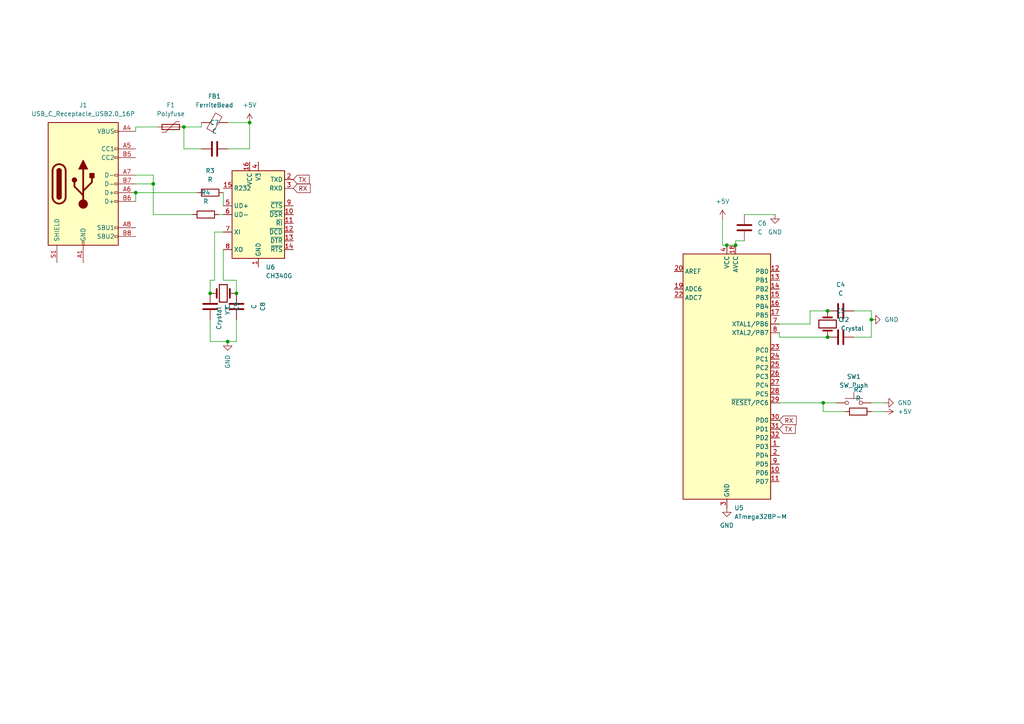
<source format=kicad_sch>
(kicad_sch (version 20250114) (generator "eeschema") (generator_version "9.0")
  (paper "A4")
  (lib_symbols
    (symbol "Connector:USB_C_Receptacle_USB2.0_16P" (pin_names (offset 1.016))
      (property "Reference" "J" (at 0 22.225 0))
      (property "Value" "USB_C_Receptacle_USB2.0_16P" (at 0 19.685 0))
      (symbol "USB_C_Receptacle_USB2.0_16P_0_0"
        (rectangle (start -0.254 -17.78) (end 0.254 -16.764))
        (rectangle (start 10.16 15.494) (end 9.144 14.986))
        (rectangle (start 10.16 10.414) (end 9.144 9.906))
        (rectangle (start 10.16 7.874) (end 9.144 7.366))
        (rectangle (start 10.16 2.794) (end 9.144 2.286))
        (rectangle (start 10.16 0.254) (end 9.144 -0.254))
        (rectangle (start 10.16 -2.286) (end 9.144 -2.794))
        (rectangle (start 10.16 -4.826) (end 9.144 -5.334))
        (rectangle (start 10.16 -12.446) (end 9.144 -12.954))
        (rectangle (start 10.16 -14.986) (end 9.144 -15.494))
      )
      (symbol "USB_C_Receptacle_USB2.0_16P_0_1"
        (rectangle (start -10.16 17.78) (end 10.16 -17.78) (stroke (width 0.254)) (fill (type background)))
        (polyline (pts (xy -8.89 -3.81) (xy -8.89 3.81)) (stroke (width 0.508)))
        (rectangle (start -7.62 -3.81) (end -6.35 3.81) (stroke (width 0.254)) (fill (type outline)))
        (arc (start -7.62 3.81) (mid -6.985 4.4423) (end -6.35 3.81) (stroke (width 0.254)))
        (arc (start -7.62 3.81) (mid -6.985 4.4423) (end -6.35 3.81) (stroke (width 0.254)) (fill (type outline)))
        (arc (start -8.89 3.81) (mid -6.985 5.7067) (end -5.08 3.81) (stroke (width 0.508)))
        (arc (start -5.08 -3.81) (mid -6.985 -5.7067) (end -8.89 -3.81) (stroke (width 0.508)))
        (arc (start -6.35 -3.81) (mid -6.985 -4.4423) (end -7.62 -3.81) (stroke (width 0.254)))
        (arc (start -6.35 -3.81) (mid -6.985 -4.4423) (end -7.62 -3.81) (stroke (width 0.254)) (fill (type outline)))
        (polyline (pts (xy -5.08 3.81) (xy -5.08 -3.81)) (stroke (width 0.508)))
        (circle (center -2.54 1.143) (radius 0.635) (stroke (width 0.254)) (fill (type outline)))
        (polyline (pts (xy -1.27 4.318) (xy 0 6.858) (xy 1.27 4.318) (xy -1.27 4.318)) (stroke (width 0.254)) (fill (type outline)))
        (polyline (pts (xy 0 -2.032) (xy 2.54 0.508) (xy 2.54 1.778)) (stroke (width 0.508)))
        (polyline (pts (xy 0 -3.302) (xy -2.54 -0.762) (xy -2.54 0.508)) (stroke (width 0.508)))
        (polyline (pts (xy 0 -5.842) (xy 0 4.318)) (stroke (width 0.508)))
        (circle (center 0 -5.842) (radius 1.27) (fill (type outline)))
        (rectangle (start 1.905 1.778) (end 3.175 3.048) (stroke (width 0.254)) (fill (type outline)))
      )
      (symbol "USB_C_Receptacle_USB2.0_16P_1_1"
        (pin passive line (at -7.62 -22.86 90) (length 5.08) (name "SHIELD") (number "S1"))
        (pin passive line (at 0 -22.86 90) (length 5.08) (name "GND") (number "A1"))
        (pin passive line (at 0 -22.86 90) (length 5.08) (hide yes) (name "GND") (number "A12"))
        (pin passive line (at 0 -22.86 90) (length 5.08) (hide yes) (name "GND") (number "B1"))
        (pin passive line (at 0 -22.86 90) (length 5.08) (hide yes) (name "GND") (number "B12"))
        (pin passive line (at 15.24 15.24 180) (length 5.08) (name "VBUS") (number "A4"))
        (pin passive line (at 15.24 15.24 180) (length 5.08) (hide yes) (name "VBUS") (number "A9"))
        (pin passive line (at 15.24 15.24 180) (length 5.08) (hide yes) (name "VBUS") (number "B4"))
        (pin passive line (at 15.24 15.24 180) (length 5.08) (hide yes) (name "VBUS") (number "B9"))
        (pin bidirectional line (at 15.24 10.16 180) (length 5.08) (name "CC1") (number "A5"))
        (pin bidirectional line (at 15.24 7.62 180) (length 5.08) (name "CC2") (number "B5"))
        (pin bidirectional line (at 15.24 2.54 180) (length 5.08) (name "D-") (number "A7"))
        (pin bidirectional line (at 15.24 0 180) (length 5.08) (name "D-") (number "B7"))
        (pin bidirectional line (at 15.24 -2.54 180) (length 5.08) (name "D+") (number "A6"))
        (pin bidirectional line (at 15.24 -5.08 180) (length 5.08) (name "D+") (number "B6"))
        (pin bidirectional line (at 15.24 -12.7 180) (length 5.08) (name "SBU1") (number "A8"))
        (pin bidirectional line (at 15.24 -15.24 180) (length 5.08) (name "SBU2") (number "B8"))
      )
    )
    (symbol "Device:C" (pin_numbers (hide yes)) (pin_names (offset 0.254))
      (property "Reference" "C" (at 0.635 2.54 0))
      (property "Value" "C" (at 0.635 -2.54 0))
      (symbol "C_0_1"
        (polyline (pts (xy -2.032 0.762) (xy 2.032 0.762)) (stroke (width 0.508)))
        (polyline (pts (xy -2.032 -0.762) (xy 2.032 -0.762)) (stroke (width 0.508)))
      )
      (symbol "C_1_1"
        (pin passive line (at 0 3.81 270) (length 2.794) (name "~") (number "1"))
        (pin passive line (at 0 -3.81 90) (length 2.794) (name "~") (number "2"))
      )
    )
    (symbol "Device:Crystal" (pin_numbers (hide yes)) (pin_names (offset 1.016) (hide yes))
      (property "Reference" "Y" (at 0 3.81 0))
      (property "Value" "Crystal" (at 0 -3.81 0))
      (symbol "Crystal_0_1"
        (polyline (pts (xy -2.54 0) (xy -1.905 0)))
        (polyline (pts (xy -1.905 -1.27) (xy -1.905 1.27)) (stroke (width 0.508)))
        (rectangle (start -1.143 2.54) (end 1.143 -2.54) (stroke (width 0.3048)))
        (polyline (pts (xy 1.905 -1.27) (xy 1.905 1.27)) (stroke (width 0.508)))
        (polyline (pts (xy 2.54 0) (xy 1.905 0)))
      )
      (symbol "Crystal_1_1"
        (pin passive line (at -3.81 0 0) (length 1.27) (name "1") (number "1"))
        (pin passive line (at 3.81 0 180) (length 1.27) (name "2") (number "2"))
      )
    )
    (symbol "Device:FerriteBead" (pin_numbers (hide yes)) (pin_names (offset 0))
      (property "Reference" "FB" (at -3.81 0.635 90))
      (property "Value" "FerriteBead" (at 3.81 0 90))
      (symbol "FerriteBead_0_1"
        (polyline (pts (xy -2.7686 0.4064) (xy -1.7018 2.2606) (xy 2.7686 -0.3048) (xy 1.6764 -2.159) (xy -2.7686 0.4064)))
        (polyline (pts (xy 0 1.27) (xy 0 1.2954)))
        (polyline (pts (xy 0 -1.27) (xy 0 -1.2192)))
      )
      (symbol "FerriteBead_1_1"
        (pin passive line (at 0 3.81 270) (length 2.54) (name "~") (number "1"))
        (pin passive line (at 0 -3.81 90) (length 2.54) (name "~") (number "2"))
      )
    )
    (symbol "Device:Polyfuse" (pin_numbers (hide yes)) (pin_names (offset 0))
      (property "Reference" "F" (at -2.54 0 90))
      (property "Value" "Polyfuse" (at 2.54 0 90))
      (symbol "Polyfuse_0_1"
        (polyline (pts (xy -1.524 2.54) (xy -1.524 1.524) (xy 1.524 -1.524) (xy 1.524 -2.54)))
        (rectangle (start -0.762 2.54) (end 0.762 -2.54) (stroke (width 0.254)))
        (polyline (pts (xy 0 2.54) (xy 0 -2.54)))
      )
      (symbol "Polyfuse_1_1"
        (pin passive line (at 0 3.81 270) (length 1.27) (name "~") (number "1"))
        (pin passive line (at 0 -3.81 90) (length 1.27) (name "~") (number "2"))
      )
    )
    (symbol "Device:R" (pin_numbers (hide yes)) (pin_names (offset 0))
      (property "Reference" "R" (at 2.032 0 90))
      (property "Value" "R" (at 0 0 90))
      (symbol "R_0_1"
        (rectangle (start -1.016 -2.54) (end 1.016 2.54) (stroke (width 0.254)))
      )
      (symbol "R_1_1"
        (pin passive line (at 0 3.81 270) (length 1.27) (name "~") (number "1"))
        (pin passive line (at 0 -3.81 90) (length 1.27) (name "~") (number "2"))
      )
    )
    (symbol "Interface_USB:CH340G"
      (property "Reference" "U" (at -5.08 13.97 0))
      (property "Value" "CH340G" (at 1.27 13.97 0))
      (symbol "CH340G_0_1"
        (rectangle (start -7.62 12.7) (end 7.62 -12.7) (stroke (width 0.254)) (fill (type background)))
      )
      (symbol "CH340G_1_1"
        (pin input line (at -10.16 7.62 0) (length 2.54) (name "R232") (number "15"))
        (pin bidirectional line (at -10.16 2.54 0) (length 2.54) (name "UD+") (number "5"))
        (pin bidirectional line (at -10.16 0 0) (length 2.54) (name "UD-") (number "6"))
        (pin input line (at -10.16 -5.08 0) (length 2.54) (name "XI") (number "7"))
        (pin output line (at -10.16 -10.16 0) (length 2.54) (name "XO") (number "8"))
        (pin power_in line (at -2.54 15.24 270) (length 2.54) (name "VCC") (number "16"))
        (pin power_out line (at 0 15.24 270) (length 2.54) (name "V3") (number "4"))
        (pin power_in line (at 0 -15.24 90) (length 2.54) (name "GND") (number "1"))
        (pin output line (at 10.16 10.16 180) (length 2.54) (name "TXD") (number "2"))
        (pin input line (at 10.16 7.62 180) (length 2.54) (name "RXD") (number "3"))
        (pin input line (at 10.16 2.54 180) (length 2.54) (name "~{CTS}") (number "9"))
        (pin input line (at 10.16 0 180) (length 2.54) (name "~{DSR}") (number "10"))
        (pin input line (at 10.16 -2.54 180) (length 2.54) (name "~{RI}") (number "11"))
        (pin input line (at 10.16 -5.08 180) (length 2.54) (name "~{DCD}") (number "12"))
        (pin output line (at 10.16 -7.62 180) (length 2.54) (name "~{DTR}") (number "13"))
        (pin output line (at 10.16 -10.16 180) (length 2.54) (name "~{RTS}") (number "14"))
      )
    )
    (symbol "MCU_Espressif:ESP32-S3"
      (property "Reference" "U" (at 10.16 -38.1 0))
      (property "Value" "ESP32-S3" (at 13.97 -40.64 0))
      (symbol "ESP32-S3_0_1"
        (rectangle (start -20.32 35.56) (end 20.32 -35.56) (stroke (width 0.254)) (fill (type background)))
      )
      (symbol "ESP32-S3_1_0"
        (pin passive line (at -5.08 38.1 270) (length 2.54) (hide yes) (name "VDDA") (number "56"))
        (pin bidirectional line (at 22.86 12.7 180) (length 2.54) (name "SPICLK_N") (number "36"))
        (pin bidirectional line (at 22.86 -10.16 180) (length 2.54) (name "MTDO") (number "45"))
        (pin bidirectional line (at 22.86 -22.86 180) (length 2.54) (name "GPIO45") (number "51"))
      )
      (symbol "ESP32-S3_1_1"
        (pin bidirectional line (at -22.86 30.48 0) (length 2.54) (name "GPIO0") (number "5"))
        (pin bidirectional line (at -22.86 27.94 0) (length 2.54) (name "GPIO1") (number "6"))
        (pin bidirectional line (at -22.86 25.4 0) (length 2.54) (name "GPIO2") (number "7"))
        (pin bidirectional line (at -22.86 22.86 0) (length 2.54) (name "GPIO3") (number "8"))
        (pin bidirectional line (at -22.86 20.32 0) (length 2.54) (name "GPIO4") (number "9"))
        (pin bidirectional line (at -22.86 17.78 0) (length 2.54) (name "GPIO5") (number "10"))
        (pin bidirectional line (at -22.86 15.24 0) (length 2.54) (name "GPIO6") (number "11"))
        (pin bidirectional line (at -22.86 12.7 0) (length 2.54) (name "GPIO7") (number "12"))
        (pin bidirectional line (at -22.86 10.16 0) (length 2.54) (name "GPIO8") (number "13"))
        (pin bidirectional line (at -22.86 7.62 0) (length 2.54) (name "GPIO9") (number "14"))
        (pin bidirectional line (at -22.86 5.08 0) (length 2.54) (name "GPIO10") (number "15"))
        (pin bidirectional line (at -22.86 2.54 0) (length 2.54) (name "GPIO11") (number "16"))
        (pin bidirectional line (at -22.86 0 0) (length 2.54) (name "GPIO12") (number "17"))
        (pin bidirectional line (at -22.86 -2.54 0) (length 2.54) (name "GPIO13") (number "18"))
        (pin bidirectional line (at -22.86 -5.08 0) (length 2.54) (name "GPIO14") (number "19"))
        (pin bidirectional line (at -22.86 -7.62 0) (length 2.54) (name "GPIO17") (number "23"))
        (pin bidirectional line (at -22.86 -10.16 0) (length 2.54) (name "GPIO18") (number "24"))
        (pin bidirectional line (at -22.86 -12.7 0) (length 2.54) (name "GPIO19/USB_D-") (number "25"))
        (pin bidirectional line (at -22.86 -15.24 0) (length 2.54) (name "GPIO20/USB_D+") (number "26"))
        (pin bidirectional line (at -22.86 -17.78 0) (length 2.54) (name "GPIO21") (number "27"))
        (pin passive line (at -22.86 -22.86 0) (length 2.54) (name "XTAL_32K_P") (number "21"))
        (pin passive line (at -22.86 -25.4 0) (length 2.54) (name "XTAL_32K_N") (number "22"))
        (pin input line (at -22.86 -27.94 0) (length 2.54) (name "XTAL_P") (number "54"))
        (pin output line (at -22.86 -30.48 0) (length 2.54) (name "XTAL_N") (number "53"))
        (pin power_in line (at -5.08 38.1 270) (length 2.54) (name "VDDA") (number "55"))
        (pin power_in line (at -2.54 38.1 270) (length 2.54) (name "VDD3P3") (number "2"))
        (pin passive line (at -2.54 38.1 270) (length 2.54) (hide yes) (name "VDD3P3") (number "3"))
        (pin power_in line (at 0 38.1 270) (length 2.54) (name "VDD3P3_RTC") (number "20"))
        (pin power_in line (at 0 -38.1 90) (length 2.54) (name "GND") (number "57"))
        (pin power_in line (at 2.54 38.1 270) (length 2.54) (name "VDD_SPI") (number "29"))
        (pin power_in line (at 5.08 38.1 270) (length 2.54) (name "VDD3P3_CPU") (number "46"))
        (pin bidirectional line (at 22.86 30.48 180) (length 2.54) (name "SPICS1") (number "28"))
        (pin bidirectional line (at 22.86 27.94 180) (length 2.54) (name "SPIHD") (number "30"))
        (pin bidirectional line (at 22.86 25.4 180) (length 2.54) (name "SPIWP") (number "31"))
        (pin bidirectional line (at 22.86 22.86 180) (length 2.54) (name "SPICS0") (number "32"))
        (pin bidirectional line (at 22.86 20.32 180) (length 2.54) (name "SPICLK") (number "33"))
        (pin bidirectional line (at 22.86 17.78 180) (length 2.54) (name "SPIQ") (number "34"))
        (pin bidirectional line (at 22.86 15.24 180) (length 2.54) (name "SPID") (number "35"))
        (pin bidirectional line (at 22.86 10.16 180) (length 2.54) (name "SPICLK_P") (number "37"))
        (pin bidirectional line (at 22.86 7.62 180) (length 2.54) (name "GPIO33") (number "38"))
        (pin bidirectional line (at 22.86 5.08 180) (length 2.54) (name "GPIO34") (number "39"))
        (pin bidirectional line (at 22.86 2.54 180) (length 2.54) (name "GPIO35") (number "40"))
        (pin bidirectional line (at 22.86 0 180) (length 2.54) (name "GPIO36") (number "41"))
        (pin bidirectional line (at 22.86 -2.54 180) (length 2.54) (name "GPIO37") (number "42"))
        (pin bidirectional line (at 22.86 -5.08 180) (length 2.54) (name "GPIO38") (number "43"))
        (pin bidirectional line (at 22.86 -7.62 180) (length 2.54) (name "MTCK") (number "44"))
        (pin bidirectional line (at 22.86 -12.7 180) (length 2.54) (name "MTDI") (number "47"))
        (pin bidirectional line (at 22.86 -15.24 180) (length 2.54) (name "MTMS") (number "48"))
        (pin bidirectional line (at 22.86 -17.78 180) (length 2.54) (name "U0TXD") (number "49"))
        (pin bidirectional line (at 22.86 -20.32 180) (length 2.54) (name "U0RXD") (number "50"))
        (pin bidirectional line (at 22.86 -25.4 180) (length 2.54) (name "GPIO46") (number "52"))
        (pin input line (at 22.86 -27.94 180) (length 2.54) (name "CHIP_PU") (number "4"))
        (pin bidirectional line (at 22.86 -30.48 180) (length 2.54) (name "LNA_IN") (number "1"))
      )
    )
    (symbol "MCU_Microchip_ATmega:ATmega16U2-A"
      (property "Reference" "U" (at -15.24 34.29 0))
      (property "Value" "ATmega16U2-A" (at 2.54 -34.29 0))
      (symbol "ATmega16U2-A_0_1"
        (rectangle (start -15.24 -33.02) (end 15.24 33.02) (stroke (width 0.254)) (fill (type background)))
      )
      (symbol "ATmega16U2-A_1_1"
        (pin bidirectional line (at -17.78 27.94 0) (length 2.54) (name "PC1/~{RESET}") (number "24"))
        (pin input line (at -17.78 22.86 0) (length 2.54) (name "XTAL1") (number "1"))
        (pin bidirectional line (at -17.78 17.78 0) (length 2.54) (name "PC0/XTAL2") (number "2"))
        (pin bidirectional line (at -17.78 12.7 0) (length 2.54) (name "D+") (number "29"))
        (pin bidirectional line (at -17.78 10.16 0) (length 2.54) (name "D-") (number "30"))
        (pin passive line (at -17.78 5.08 0) (length 2.54) (name "UCAP") (number "27"))
        (pin power_in line (at -2.54 35.56 270) (length 2.54) (name "UVCC") (number "31"))
        (pin power_in line (at -2.54 -35.56 90) (length 2.54) (name "UGND") (number "28"))
        (pin power_in line (at 0 35.56 270) (length 2.54) (name "VCC") (number "4"))
        (pin power_in line (at 0 -35.56 90) (length 2.54) (name "GND") (number "3"))
        (pin power_in line (at 2.54 35.56 270) (length 2.54) (name "AVCC") (number "32"))
        (pin bidirectional line (at 17.78 27.94 180) (length 2.54) (name "PB0") (number "14"))
        (pin bidirectional line (at 17.78 25.4 180) (length 2.54) (name "PB1") (number "15"))
        (pin bidirectional line (at 17.78 22.86 180) (length 2.54) (name "PB2") (number "16"))
        (pin bidirectional line (at 17.78 20.32 180) (length 2.54) (name "PB3") (number "17"))
        (pin bidirectional line (at 17.78 17.78 180) (length 2.54) (name "PB4") (number "18"))
        (pin bidirectional line (at 17.78 15.24 180) (length 2.54) (name "PB5") (number "19"))
        (pin bidirectional line (at 17.78 12.7 180) (length 2.54) (name "PB6") (number "20"))
        (pin bidirectional line (at 17.78 10.16 180) (length 2.54) (name "PB7") (number "21"))
        (pin bidirectional line (at 17.78 5.08 180) (length 2.54) (name "PC2") (number "5"))
        (pin bidirectional line (at 17.78 2.54 180) (length 2.54) (name "PC4") (number "26"))
        (pin bidirectional line (at 17.78 0 180) (length 2.54) (name "PC5") (number "25"))
        (pin bidirectional line (at 17.78 -2.54 180) (length 2.54) (name "PC6") (number "23"))
        (pin bidirectional line (at 17.78 -5.08 180) (length 2.54) (name "PC7") (number "22"))
        (pin bidirectional line (at 17.78 -10.16 180) (length 2.54) (name "PD0") (number "6"))
        (pin bidirectional line (at 17.78 -12.7 180) (length 2.54) (name "PD1") (number "7"))
        (pin bidirectional line (at 17.78 -15.24 180) (length 2.54) (name "PD2") (number "8"))
        (pin bidirectional line (at 17.78 -17.78 180) (length 2.54) (name "PD3") (number "9"))
        (pin bidirectional line (at 17.78 -20.32 180) (length 2.54) (name "PD4") (number "10"))
        (pin bidirectional line (at 17.78 -22.86 180) (length 2.54) (name "PD5") (number "11"))
        (pin bidirectional line (at 17.78 -25.4 180) (length 2.54) (name "PD6") (number "12"))
        (pin bidirectional line (at 17.78 -27.94 180) (length 2.54) (name "~{HWB}/PD7") (number "13"))
      )
    )
    (symbol "MCU_Microchip_ATmega:ATmega328P-M"
      (property "Reference" "U" (at -12.7 36.83 0))
      (property "Value" "ATmega328P-M" (at 2.54 -36.83 0))
      (symbol "ATmega328P-M_0_1"
        (rectangle (start -12.7 -35.56) (end 12.7 35.56) (stroke (width 0.254)) (fill (type background)))
      )
      (symbol "ATmega328P-M_1_1"
        (pin passive line (at -15.24 30.48 0) (length 2.54) (name "AREF") (number "20"))
        (pin input line (at -15.24 25.4 0) (length 2.54) (name "ADC6") (number "19"))
        (pin input line (at -15.24 22.86 0) (length 2.54) (name "ADC7") (number "22"))
        (pin power_in line (at 0 38.1 270) (length 2.54) (name "VCC") (number "4"))
        (pin passive line (at 0 38.1 270) (length 2.54) (hide yes) (name "VCC") (number "6"))
        (pin passive line (at 0 -38.1 90) (length 2.54) (hide yes) (name "GND") (number "21"))
        (pin power_in line (at 0 -38.1 90) (length 2.54) (name "GND") (number "3"))
        (pin passive line (at 0 -38.1 90) (length 2.54) (hide yes) (name "GND") (number "33"))
        (pin passive line (at 0 -38.1 90) (length 2.54) (hide yes) (name "GND") (number "5"))
        (pin power_in line (at 2.54 38.1 270) (length 2.54) (name "AVCC") (number "18"))
        (pin bidirectional line (at 15.24 30.48 180) (length 2.54) (name "PB0") (number "12"))
        (pin bidirectional line (at 15.24 27.94 180) (length 2.54) (name "PB1") (number "13"))
        (pin bidirectional line (at 15.24 25.4 180) (length 2.54) (name "PB2") (number "14"))
        (pin bidirectional line (at 15.24 22.86 180) (length 2.54) (name "PB3") (number "15"))
        (pin bidirectional line (at 15.24 20.32 180) (length 2.54) (name "PB4") (number "16"))
        (pin bidirectional line (at 15.24 17.78 180) (length 2.54) (name "PB5") (number "17"))
        (pin bidirectional line (at 15.24 15.24 180) (length 2.54) (name "XTAL1/PB6") (number "7"))
        (pin bidirectional line (at 15.24 12.7 180) (length 2.54) (name "XTAL2/PB7") (number "8"))
        (pin bidirectional line (at 15.24 7.62 180) (length 2.54) (name "PC0") (number "23"))
        (pin bidirectional line (at 15.24 5.08 180) (length 2.54) (name "PC1") (number "24"))
        (pin bidirectional line (at 15.24 2.54 180) (length 2.54) (name "PC2") (number "25"))
        (pin bidirectional line (at 15.24 0 180) (length 2.54) (name "PC3") (number "26"))
        (pin bidirectional line (at 15.24 -2.54 180) (length 2.54) (name "PC4") (number "27"))
        (pin bidirectional line (at 15.24 -5.08 180) (length 2.54) (name "PC5") (number "28"))
        (pin bidirectional line (at 15.24 -7.62 180) (length 2.54) (name "~{RESET}/PC6") (number "29"))
        (pin bidirectional line (at 15.24 -12.7 180) (length 2.54) (name "PD0") (number "30"))
        (pin bidirectional line (at 15.24 -15.24 180) (length 2.54) (name "PD1") (number "31"))
        (pin bidirectional line (at 15.24 -17.78 180) (length 2.54) (name "PD2") (number "32"))
        (pin bidirectional line (at 15.24 -20.32 180) (length 2.54) (name "PD3") (number "1"))
        (pin bidirectional line (at 15.24 -22.86 180) (length 2.54) (name "PD4") (number "2"))
        (pin bidirectional line (at 15.24 -25.4 180) (length 2.54) (name "PD5") (number "9"))
        (pin bidirectional line (at 15.24 -27.94 180) (length 2.54) (name "PD6") (number "10"))
        (pin bidirectional line (at 15.24 -30.48 180) (length 2.54) (name "PD7") (number "11"))
      )
    )
    (symbol "MCU_RaspberryPi:RP2350A"
      (property "Reference" "U" (at 17.526 47.244 0))
      (property "Value" "RP2350A" (at 17.526 44.704 0))
      (symbol "RP2350A_0_1"
        (rectangle (start -21.59 41.91) (end 21.59 -41.91) (stroke (width 0.254)) (fill (type background)))
      )
      (symbol "RP2350A_1_0"
        (pin power_in line (at -17.78 45.72 270) (length 3.81) (name "VREG_AVDD") (number "46"))
        (pin power_in line (at -12.7 45.72 270) (length 3.81) (name "USB_OTP_VDD") (number "53"))
        (pin power_in line (at -5.08 45.72 270) (length 3.81) (name "QSPI_IOVDD") (number "54"))
        (pin power_in line (at -2.54 -45.72 90) (length 3.81) (name "VREG_PGND") (number "47"))
        (pin passive line (at 12.7 45.72 270) (length 3.81) (hide yes) (name "DVDD") (number "39"))
        (pin power_in line (at 12.7 45.72 270) (length 3.81) (name "DVDD") (number "6"))
      )
      (symbol "RP2350A_1_1"
        (pin input line (at -25.4 22.86 0) (length 3.81) (name "RUN") (number "26"))
        (pin bidirectional line (at -25.4 15.24 0) (length 3.81) (name "USB_DM") (number "51"))
        (pin bidirectional line (at -25.4 12.7 0) (length 3.81) (name "USB_DP") (number "52"))
        (pin output line (at -25.4 5.08 0) (length 3.81) (name "~{QSPI_SS}") (number "60"))
        (pin output line (at -25.4 2.54 0) (length 3.81) (name "QSPI_SCLK") (number "56"))
        (pin bidirectional line (at -25.4 0 0) (length 3.81) (name "QSPI_SD0") (number "57"))
        (pin bidirectional line (at -25.4 -2.54 0) (length 3.81) (name "QSPI_SD1") (number "59"))
        (pin bidirectional line (at -25.4 -5.08 0) (length 3.81) (name "QSPI_SD2") (number "58"))
        (pin bidirectional line (at -25.4 -7.62 0) (length 3.81) (name "QSPI_SD3") (number "55"))
        (pin input line (at -25.4 -15.24 0) (length 3.81) (name "XIN") (number "21"))
        (pin output line (at -25.4 -25.4 0) (length 3.81) (name "XOUT") (number "22"))
        (pin input line (at -25.4 -33.02 0) (length 3.81) (name "SWCLK") (number "24"))
        (pin bidirectional line (at -25.4 -35.56 0) (length 3.81) (name "SWDIO") (number "25"))
        (pin power_in line (at -10.16 45.72 270) (length 3.81) (name "ADC_AVDD") (number "44"))
        (pin power_in line (at -2.54 45.72 270) (length 3.81) (name "IOVDD") (number "1"))
        (pin passive line (at -2.54 45.72 270) (length 3.81) (hide yes) (name "IOVDD") (number "11"))
        (pin passive line (at -2.54 45.72 270) (length 3.81) (hide yes) (name "IOVDD") (number "20"))
        (pin passive line (at -2.54 45.72 270) (length 3.81) (hide yes) (name "IOVDD") (number "30"))
        (pin passive line (at -2.54 45.72 270) (length 3.81) (hide yes) (name "IOVDD") (number "38"))
        (pin passive line (at -2.54 45.72 270) (length 3.81) (hide yes) (name "IOVDD") (number "45"))
        (pin power_in line (at 0 -45.72 90) (length 3.81) (name "GND") (number "61"))
        (pin power_in line (at 2.54 45.72 270) (length 3.81) (name "VREG_VIN") (number "49"))
        (pin power_out line (at 5.08 45.72 270) (length 3.81) (name "VREG_LX") (number "48"))
        (pin passive line (at 7.62 45.72 270) (length 3.81) (name "VREG_FB") (number "50"))
        (pin passive line (at 12.7 45.72 270) (length 3.81) (hide yes) (name "DVDD") (number "23"))
        (pin bidirectional line (at 25.4 38.1 180) (length 3.81) (name "GPIO0") (number "2"))
        (pin bidirectional line (at 25.4 35.56 180) (length 3.81) (name "GPIO1") (number "3"))
        (pin bidirectional line (at 25.4 33.02 180) (length 3.81) (name "GPIO2") (number "4"))
        (pin bidirectional line (at 25.4 30.48 180) (length 3.81) (name "GPIO3") (number "5"))
        (pin bidirectional line (at 25.4 27.94 180) (length 3.81) (name "GPIO4") (number "7"))
        (pin bidirectional line (at 25.4 25.4 180) (length 3.81) (name "GPIO5") (number "8"))
        (pin bidirectional line (at 25.4 22.86 180) (length 3.81) (name "GPIO6") (number "9"))
        (pin bidirectional line (at 25.4 20.32 180) (length 3.81) (name "GPIO7") (number "10"))
        (pin bidirectional line (at 25.4 17.78 180) (length 3.81) (name "GPIO8") (number "12"))
        (pin bidirectional line (at 25.4 15.24 180) (length 3.81) (name "GPIO9") (number "13"))
        (pin bidirectional line (at 25.4 12.7 180) (length 3.81) (name "GPIO10") (number "14"))
        (pin bidirectional line (at 25.4 10.16 180) (length 3.81) (name "GPIO11") (number "15"))
        (pin bidirectional line (at 25.4 7.62 180) (length 3.81) (name "GPIO12") (number "16"))
        (pin bidirectional line (at 25.4 5.08 180) (length 3.81) (name "GPIO13") (number "17"))
        (pin bidirectional line (at 25.4 2.54 180) (length 3.81) (name "GPIO14") (number "18"))
        (pin bidirectional line (at 25.4 0 180) (length 3.81) (name "GPIO15") (number "19"))
        (pin bidirectional line (at 25.4 -2.54 180) (length 3.81) (name "GPIO16") (number "27"))
        (pin bidirectional line (at 25.4 -5.08 180) (length 3.81) (name "GPIO17") (number "28"))
        (pin bidirectional line (at 25.4 -7.62 180) (length 3.81) (name "GPIO18") (number "29"))
        (pin bidirectional line (at 25.4 -10.16 180) (length 3.81) (name "GPIO19") (number "31"))
        (pin bidirectional line (at 25.4 -12.7 180) (length 3.81) (name "GPIO20") (number "32"))
        (pin bidirectional line (at 25.4 -15.24 180) (length 3.81) (name "GPIO21") (number "33"))
        (pin bidirectional line (at 25.4 -17.78 180) (length 3.81) (name "GPIO22") (number "34"))
        (pin bidirectional line (at 25.4 -20.32 180) (length 3.81) (name "GPIO23") (number "35"))
        (pin bidirectional line (at 25.4 -22.86 180) (length 3.81) (name "GPIO24") (number "36"))
        (pin bidirectional line (at 25.4 -25.4 180) (length 3.81) (name "GPIO25") (number "37"))
        (pin bidirectional line (at 25.4 -30.48 180) (length 3.81) (name "GPIO26/ADC0") (number "40"))
        (pin bidirectional line (at 25.4 -33.02 180) (length 3.81) (name "GPIO27/ADC1") (number "41"))
        (pin bidirectional line (at 25.4 -35.56 180) (length 3.81) (name "GPIO28/ADC2") (number "42"))
        (pin bidirectional line (at 25.4 -38.1 180) (length 3.81) (name "GPIO29/ADC3") (number "43"))
      )
    )
    (symbol "Power_Protection:USBLC6-2SC6" (pin_names (hide yes))
      (property "Reference" "U" (at 0.635 5.715 0))
      (property "Value" "USBLC6-2SC6" (at 0.635 3.81 0))
      (symbol "USBLC6-2SC6_0_0"
        (circle (center -1.524 0) (radius 0.0001) (stroke (width 0.508)))
        (circle (center -0.508 2.032) (radius 0.0001) (stroke (width 0.508)))
        (circle (center -0.508 -4.572) (radius 0.0001) (stroke (width 0.508)))
        (circle (center 0.508 2.032) (radius 0.0001) (stroke (width 0.508)))
        (circle (center 0.508 -4.572) (radius 0.0001) (stroke (width 0.508)))
        (circle (center 1.524 -2.54) (radius 0.0001) (stroke (width 0.508)))
      )
      (symbol "USBLC6-2SC6_0_1"
        (polyline (pts (xy -2.54 0) (xy 2.54 0)))
        (polyline (pts (xy -2.54 -2.54) (xy 2.54 -2.54)))
        (polyline (pts (xy -2.032 0.508) (xy -1.016 0.508) (xy -1.524 1.524) (xy -2.032 0.508)))
        (polyline (pts (xy -2.032 -3.048) (xy -1.016 -3.048)))
        (polyline (pts (xy -1.016 1.524) (xy -2.032 1.524)))
        (polyline (pts (xy -1.016 -4.064) (xy -2.032 -4.064) (xy -1.524 -3.048) (xy -1.016 -4.064)))
        (polyline (pts (xy -0.508 -1.143) (xy -0.508 -0.762) (xy 0.508 -0.762)))
        (polyline (pts (xy 0 2.54) (xy -0.508 2.032) (xy 0.508 2.032) (xy 0 1.524) (xy 0 -4.064) (xy -0.508 -4.572) (xy 0.508 -4.572) (xy 0 -5.08)))
        (polyline (pts (xy 0.508 -1.778) (xy -0.508 -1.778) (xy 0 -0.762) (xy 0.508 -1.778)))
        (polyline (pts (xy 1.016 1.524) (xy 2.032 1.524)))
        (polyline (pts (xy 1.016 -3.048) (xy 2.032 -3.048)))
        (polyline (pts (xy 2.032 0.508) (xy 1.016 0.508) (xy 1.524 1.524) (xy 2.032 0.508)))
        (polyline (pts (xy 2.032 -4.064) (xy 1.016 -4.064) (xy 1.524 -3.048) (xy 2.032 -4.064)))
      )
      (symbol "USBLC6-2SC6_1_1"
        (rectangle (start -2.54 2.794) (end 2.54 -5.334) (stroke (width 0.254)) (fill (type background)))
        (polyline (pts (xy -0.508 2.032) (xy -1.524 2.032) (xy -1.524 -4.572) (xy -0.508 -4.572)))
        (polyline (pts (xy 0.508 -4.572) (xy 1.524 -4.572) (xy 1.524 2.032) (xy 0.508 2.032)))
        (pin passive line (at -5.08 0 0) (length 2.54) (name "I/O1") (number "1"))
        (pin passive line (at -5.08 -2.54 0) (length 2.54) (name "I/O2") (number "3"))
        (pin passive line (at 0 5.08 270) (length 2.54) (name "VBUS") (number "5"))
        (pin passive line (at 0 -7.62 90) (length 2.54) (name "GND") (number "2"))
        (pin passive line (at 5.08 0 180) (length 2.54) (name "I/O1") (number "6"))
        (pin passive line (at 5.08 -2.54 180) (length 2.54) (name "I/O2") (number "4"))
      )
    )
    (symbol "Switch:SW_Push" (pin_numbers (hide yes)) (pin_names (offset 1.016) (hide yes))
      (property "Reference" "SW" (at 1.27 2.54 0))
      (property "Value" "SW_Push" (at 0 -1.524 0))
      (symbol "SW_Push_0_1"
        (circle (center -2.032 0) (radius 0.508))
        (polyline (pts (xy 0 1.27) (xy 0 3.048)))
        (circle (center 2.032 0) (radius 0.508))
        (polyline (pts (xy 2.54 1.27) (xy -2.54 1.27)))
        (pin passive line (at -5.08 0 0) (length 2.54) (name "1") (number "1"))
        (pin passive line (at 5.08 0 180) (length 2.54) (name "2") (number "2"))
      )
    )
    (symbol "power:+5V" (power) (pin_numbers (hide yes)) (pin_names (offset 0) (hide yes))
      (property "Value" "+5V" (at 0 3.556 0))
      (symbol "+5V_0_1"
        (polyline (pts (xy -0.762 1.27) (xy 0 2.54)))
        (polyline (pts (xy 0 2.54) (xy 0.762 1.27)))
        (polyline (pts (xy 0 0) (xy 0 2.54)))
      )
      (symbol "+5V_1_1"
        (pin power_in line (at 0 0 90) (length 0) (name "~") (number "1"))
      )
    )
    (symbol "power:GND" (power) (pin_numbers (hide yes)) (pin_names (offset 0) (hide yes))
      (property "Value" "GND" (at 0 -3.81 0))
      (symbol "GND_0_1"
        (polyline (pts (xy 0 0) (xy 0 -1.27) (xy 1.27 -1.27) (xy 0 -2.54) (xy -1.27 -1.27) (xy 0 -1.27)))
      )
      (symbol "GND_1_1"
        (pin power_in line (at 0 0 270) (length 0) (name "~") (number "1"))
      )
    )
  )
  (rectangle (start -693.42 -374.65) (end -485.14 -273.05))
  (rectangle (start -589.28 -476.25) (end -485.14 -374.65))
  (rectangle (start -693.42 -476.25) (end -589.28 -374.65))
  (text "ATMEL: \n1. Clock - 16 MHz with 2 caps- 1 on each terminal connected to GND\nconnect Clock to XTAL 1/2 pins. 1 megaohm resistor in parallel with the crystal\n2. Power - Decoupling cap of 100nF at VCC and AVCC\n3. " (at -448.31 -599.44 0) (effects (font (size 1.27 1.27))))
  (text "ATMEL" (at -529.59 -474.472 0) (effects (font (size 1.27 1.27))))
  (text "RP2350" (at -539.75 -372.11 0) (effects (font (size 1.27 1.27))))
  (text "ESP32\n" (at -637.032 -474.218 0) (effects (font (size 1.27 1.27))))
  (junction (at 213.36 71.12))
  (junction (at 66.04 99.06))
  (junction (at 60.96 85.09))
  (junction (at -529.59 -648.97))
  (junction (at 39.37 55.88))
  (junction (at 72.39 35.56))
  (junction (at -577.85 -633.73))
  (junction (at 44.45 53.34))
  (junction (at 210.82 71.12))
  (junction (at 240.03 97.79))
  (junction (at 252.73 92.71))
  (junction (at -556.26 -637.54))
  (junction (at 53.34 36.83))
  (junction (at 68.58 85.09))
  (junction (at -563.88 -637.54))
  (junction (at 238.76 116.84))
  (junction (at -532.13 -648.97))
  (junction (at -556.26 -629.92))
  (junction (at 240.03 90.17))
  (junction (at -563.88 -629.92))
  (wire (pts (xy 226.06 116.84) (xy 238.76 116.84)))
  (wire (pts (xy -527.05 -648.97) (xy -527.05 -654.05)))
  (wire (pts (xy 215.9 62.23) (xy 224.79 62.23)))
  (wire (pts (xy 72.39 43.18) (xy 72.39 35.56)))
  (wire (pts (xy 39.37 55.88) (xy 39.37 58.42)))
  (wire (pts (xy 68.58 81.28) (xy 64.77 81.28)))
  (wire (pts (xy 209.55 71.12) (xy 209.55 63.5)))
  (wire (pts (xy -532.13 -648.97) (xy -529.59 -648.97)))
  (wire (pts (xy -556.26 -637.54) (xy -549.91 -637.54)))
  (wire (pts (xy 238.76 119.38) (xy 238.76 116.84)))
  (wire (pts (xy 245.11 119.38) (xy 238.76 119.38)))
  (wire (pts (xy 39.37 50.8) (xy 44.45 50.8)))
  (wire (pts (xy -577.85 -629.92) (xy -577.85 -633.73)))
  (wire (pts (xy 63.5 62.23) (xy 64.77 62.23)))
  (wire (pts (xy 62.23 81.28) (xy 60.96 81.28)))
  (wire (pts (xy 252.73 119.38) (xy 256.54 119.38)))
  (wire (pts (xy 234.95 90.17) (xy 240.03 90.17)))
  (wire (pts (xy 252.73 90.17) (xy 252.73 92.71)))
  (wire (pts (xy 240.03 97.79) (xy 226.06 97.79)))
  (wire (pts (xy 234.95 93.98) (xy 234.95 90.17)))
  (wire (pts (xy 210.82 71.12) (xy 209.55 71.12)))
  (wire (pts (xy 44.45 50.8) (xy 44.45 53.34)))
  (wire (pts (xy -563.88 -637.54) (xy -570.23 -637.54)))
  (wire (pts (xy 60.96 92.71) (xy 60.96 99.06)))
  (wire (pts (xy 39.37 55.88) (xy 57.15 55.88)))
  (wire (pts (xy 226.06 93.98) (xy 234.95 93.98)))
  (wire (pts (xy 60.96 81.28) (xy 60.96 85.09)))
  (wire (pts (xy -563.88 -637.54) (xy -556.26 -637.54)))
  (wire (pts (xy 44.45 53.34) (xy 39.37 53.34)))
  (wire (pts (xy 66.04 35.56) (xy 72.39 35.56)))
  (wire (pts (xy -577.85 -633.73) (xy -577.85 -637.54)))
  (wire (pts (xy -556.26 -629.92) (xy -549.91 -629.92)))
  (wire (pts (xy -628.65 -384.81) (xy -628.65 -379.73)))
  (wire (pts (xy -542.29 -316.23) (xy -533.4 -316.23)))
  (wire (pts (xy -532.13 -654.05) (xy -532.13 -648.97)))
  (wire (pts (xy 226.06 97.79) (xy 226.06 96.52)))
  (wire (pts (xy 68.58 85.09) (xy 68.58 81.28)))
  (wire (pts (xy -563.88 -629.92) (xy -556.26 -629.92)))
  (wire (pts (xy 53.34 43.18) (xy 53.34 36.83)))
  (wire (pts (xy 210.82 71.12) (xy 213.36 71.12)))
  (wire (pts (xy 66.04 43.18) (xy 72.39 43.18)))
  (wire (pts (xy 68.58 92.71) (xy 68.58 99.06)))
  (wire (pts (xy -515.62 -661.67) (xy -515.62 -657.86)))
  (wire (pts (xy -527.05 -661.67) (xy -515.62 -661.67)))
  (wire (pts (xy 53.34 36.83) (xy 58.42 36.83)))
  (wire (pts (xy 58.42 43.18) (xy 53.34 43.18)))
  (wire (pts (xy 215.9 69.85) (xy 213.36 69.85)))
  (wire (pts (xy 68.58 99.06) (xy 66.04 99.06)))
  (wire (pts (xy -549.91 -629.92) (xy -549.91 -631.19)))
  (wire (pts (xy 45.72 36.83) (xy 39.37 36.83)))
  (wire (pts (xy 64.77 81.28) (xy 64.77 72.39)))
  (wire (pts (xy 247.65 90.17) (xy 252.73 90.17)))
  (wire (pts (xy -563.88 -629.92) (xy -570.23 -629.92)))
  (wire (pts (xy -532.13 -577.85) (xy -532.13 -572.77)))
  (wire (pts (xy 64.77 55.88) (xy 64.77 59.69)))
  (wire (pts (xy 252.73 92.71) (xy 252.73 97.79)))
  (wire (pts (xy 252.73 116.84) (xy 256.54 116.84)))
  (wire (pts (xy 39.37 36.83) (xy 39.37 38.1)))
  (wire (pts (xy 44.45 62.23) (xy 44.45 53.34)))
  (wire (pts (xy 60.96 99.06) (xy 66.04 99.06)))
  (wire (pts (xy -529.59 -648.97) (xy -527.05 -648.97)))
  (wire (pts (xy 62.23 67.31) (xy 62.23 81.28)))
  (wire (pts (xy 252.73 97.79) (xy 247.65 97.79)))
  (wire (pts (xy 55.88 62.23) (xy 44.45 62.23)))
  (wire (pts (xy 64.77 67.31) (xy 62.23 67.31)))
  (wire (pts (xy 58.42 36.83) (xy 58.42 35.56)))
  (wire (pts (xy 238.76 116.84) (xy 242.57 116.84)))
  (wire (pts (xy 213.36 69.85) (xy 213.36 71.12)))
  (wire (pts (xy -549.91 -637.54) (xy -549.91 -636.27)))
  (global_label "TX" (shape input) (at 226.06 124.46 0) (property "Intersheetrefs" "${INTERSHEET_REFS}" (effects (hide yes))))
  (global_label "RX" (shape input) (at 226.06 121.92 0) (property "Intersheetrefs" "${INTERSHEET_REFS}" (effects (hide yes))))
  (global_label "TX" (shape input) (at 85.09 52.07 0) (property "Intersheetrefs" "${INTERSHEET_REFS}" (effects (hide yes))))
  (global_label "RX" (shape input) (at 85.09 54.61 0) (property "Intersheetrefs" "${INTERSHEET_REFS}" (effects (hide yes))))
  (symbol (lib_id "Device:C") (at 243.84 97.79 90) (unit 1)
    (property "Reference" "C5" (at 243.84 90.17 90))
    (property "Value" "C" (at 243.84 92.71 90))
    (property "Description" "Unpolarized capacitor" (effects (hide yes)))
  )
  (symbol (lib_id "Device:C") (at -574.04 -629.92 270) (unit 1)
    (property "Reference" "C1" (at -574.04 -623.57 90))
    (property "Value" "20pf" (at -574.04 -626.11 90))
    (property "Description" "Unpolarized capacitor" (effects (hide yes)))
  )
  (symbol (lib_id "power:GND") (at 252.73 92.71 90) (unit 1)
    (property "Reference" "#PWR07" (effects (hide yes)))
    (property "Value" "GND" (at 256.54 92.7099 90) (effects (justify right)))
    (property "Description" "Power symbol creates a global label with name \"GND\" , ground" (effects (hide yes)))
  )
  (symbol (lib_id "Connector:USB_C_Receptacle_USB2.0_16P") (at 24.13 53.34 0) (unit 1)
    (property "Reference" "J1" (at 24.13 30.48 0))
    (property "Value" "USB_C_Receptacle_USB2.0_16P" (at 24.13 33.02 0))
    (property "Datasheet" "https://www.usb.org/sites/default/files/documents/usb_type-c.zip" (effects (hide yes)))
    (property "Description" "USB 2.0-only 16P Type-C Receptacle connector" (effects (hide yes)))
  )
  (symbol (lib_id "Device:C") (at 215.9 66.04 0) (unit 1)
    (property "Reference" "C6" (at 219.71 64.7699 0) (effects (justify left)))
    (property "Value" "C" (at 219.71 67.3099 0) (effects (justify left)))
    (property "Description" "Unpolarized capacitor" (effects (hide yes)))
  )
  (symbol (lib_id "Device:C") (at -527.05 -657.86 0) (unit 1)
    (property "Reference" "C3" (at -523.24 -659.1301 0) (effects (justify left)))
    (property "Value" "C" (at -523.24 -656.5901 0) (effects (justify left)))
    (property "Description" "Unpolarized capacitor" (effects (hide yes)))
  )
  (symbol (lib_id "Device:Crystal") (at 240.03 93.98 90) (unit 1)
    (property "Reference" "Y2" (at 243.84 92.7099 90) (effects (justify right)))
    (property "Value" "Crystal" (at 243.84 95.2499 90) (effects (justify right)))
    (property "Description" "Two pin crystal" (effects (hide yes)))
  )
  (symbol (lib_id "Connector:USB_C_Receptacle_USB2.0_16P") (at -626.11 -628.65 0) (unit 1)
    (property "Reference" "J2" (at -626.11 -651.51 0))
    (property "Value" "USB_C_Receptacle_USB2.0_16P" (at -626.11 -648.97 0))
    (property "Datasheet" "https://www.usb.org/sites/default/files/documents/usb_type-c.zip" (effects (hide yes)))
    (property "Description" "USB 2.0-only 16P Type-C Receptacle connector" (effects (hide yes)))
  )
  (symbol (lib_id "Device:C") (at 68.58 88.9 0) (unit 1)
    (property "Reference" "C8" (at 76.2 88.9 90))
    (property "Value" "C" (at 73.66 88.9 90))
    (property "Description" "Unpolarized capacitor" (effects (hide yes)))
  )
  (symbol (lib_id "Device:C") (at -574.04 -637.54 90) (unit 1)
    (property "Reference" "C2" (at -574.04 -641.35 90))
    (property "Value" "20pf" (at -574.04 -643.89 90))
    (property "Description" "Unpolarized capacitor" (effects (hide yes)))
  )
  (symbol (lib_id "Device:C") (at 243.84 90.17 90) (unit 1)
    (property "Reference" "C4" (at 243.84 82.55 90))
    (property "Value" "C" (at 243.84 85.09 90))
    (property "Description" "Unpolarized capacitor" (effects (hide yes)))
  )
  (symbol (lib_id "Power_Protection:USBLC6-2SC6") (at -660.4 -629.92 0) (unit 1)
    (property "Reference" "U4" (at -658.7489 -637.54 0) (effects (justify left)))
    (property "Value" "USBLC6-2SC6" (at -658.7489 -635 0) (effects (justify left)))
    (property "Footprint" "Package_TO_SOT_SMD:SOT-23-6" (effects (hide yes)))
    (property "Datasheet" "https://www.st.com/resource/en/datasheet/usblc6-2.pdf" (effects (hide yes)))
    (property "Description" "Very low capacitance ESD protection diode, 2 data-line, SOT-23-6" (effects (hide yes)))
  )
  (symbol (lib_id "Device:FerriteBead") (at 62.23 35.56 90) (unit 1)
    (property "Reference" "FB1" (at 62.1792 27.94 90))
    (property "Value" "FerriteBead" (at 62.1792 30.48 90))
    (property "Description" "Ferrite bead" (effects (hide yes)))
  )
  (symbol (lib_id "power:GND") (at 210.82 147.32 0) (unit 1)
    (property "Reference" "#PWR09" (effects (hide yes)))
    (property "Value" "GND" (at 210.82 152.4 0))
    (property "Description" "Power symbol creates a global label with name \"GND\" , ground" (effects (hide yes)))
  )
  (symbol (lib_id "Device:R") (at 59.69 62.23 90) (unit 1)
    (property "Reference" "R4" (at 59.69 55.88 90))
    (property "Value" "R" (at 59.69 58.42 90))
    (property "Description" "Resistor" (effects (hide yes)))
  )
  (symbol (lib_id "power:GND") (at -515.62 -657.86 0) (unit 1)
    (property "Reference" "#PWR05" (effects (hide yes)))
    (property "Value" "GND" (at -515.62 -651.51 0))
    (property "Description" "Power symbol creates a global label with name \"GND\" , ground" (effects (hide yes)))
  )
  (symbol (lib_id "power:+5V") (at 72.39 35.56 0) (unit 1)
    (property "Reference" "#PWR013" (effects (hide yes)))
    (property "Value" "+5V" (at 72.39 30.48 0))
    (property "Description" "Power symbol creates a global label with name \"+5V\"" (effects (hide yes)))
  )
  (symbol (lib_id "Interface_USB:CH340G") (at 74.93 62.23 0) (unit 1)
    (property "Reference" "U6" (at 77.0733 77.47 0) (effects (justify left)))
    (property "Value" "CH340G" (at 77.0733 80.01 0) (effects (justify left)))
    (property "Footprint" "Package_SO:SOIC-16_3.9x9.9mm_P1.27mm" (effects (hide yes)))
    (property "Datasheet" "http://www.datasheet5.com/pdf-local-2195953" (effects (hide yes)))
    (property "Description" "USB serial converter, UART, SOIC-16" (effects (hide yes)))
  )
  (symbol (lib_id "Device:Crystal") (at 64.77 85.09 0) (unit 1)
    (property "Reference" "Y3" (at 66.0401 88.9 90) (effects (justify right)))
    (property "Value" "Crystal" (at 63.5001 88.9 90) (effects (justify right)))
    (property "Description" "Two pin crystal" (effects (hide yes)))
  )
  (symbol (lib_id "power:+5V") (at -532.13 -654.05 0) (unit 1)
    (property "Reference" "#PWR06" (effects (hide yes)))
    (property "Value" "+5V" (at -532.13 -657.86 0))
    (property "Description" "Power symbol creates a global label with name \"+5V\"" (effects (hide yes)))
  )
  (symbol (lib_id "Device:C") (at 60.96 88.9 0) (unit 1)
    (property "Reference" "C9" (at 68.58 88.9 90))
    (property "Value" "C" (at 66.04 88.9 90))
    (property "Description" "Unpolarized capacitor" (effects (hide yes)))
  )
  (symbol (lib_id "power:GND") (at -533.4 -316.23 90) (unit 1)
    (property "Reference" "#PWR03" (effects (hide yes)))
    (property "Value" "GND" (at -529.59 -316.2301 90) (effects (justify right)))
    (property "Description" "Power symbol creates a global label with name \"GND\" , ground" (effects (hide yes)))
  )
  (symbol (lib_id "power:GND") (at -628.65 -379.73 0) (unit 1)
    (property "Reference" "#PWR01" (effects (hide yes)))
    (property "Value" "GND" (at -628.65 -374.65 0))
    (property "Description" "Power symbol creates a global label with name \"GND\" , ground" (effects (hide yes)))
  )
  (symbol (lib_id "power:GND") (at 66.04 99.06 0) (unit 1)
    (property "Reference" "#PWR014" (effects (hide yes)))
    (property "Value" "GND" (at 66.0401 102.87 90) (effects (justify right)))
    (property "Description" "Power symbol creates a global label with name \"GND\" , ground" (effects (hide yes)))
  )
  (symbol (lib_id "MCU_Espressif:ESP32-S3") (at -628.65 -422.91 0) (unit 1)
    (property "Reference" "U3" (at -626.5067 -384.81 0) (effects (justify left)))
    (property "Value" "ESP32-S3" (at -626.5067 -382.27 0) (effects (justify left)))
    (property "Footprint" "Package_DFN_QFN:QFN-56-1EP_7x7mm_P0.4mm_EP4x4mm" (effects (hide yes)))
    (property "Datasheet" "https://www.espressif.com/sites/default/files/documentation/esp32-s3_datasheet_en.pdf" (effects (hide yes)))
    (property "Description" "Microcontroller, Wi-Fi 802.11b/g/n, Bluetooth, 32bit" (effects (hide yes)))
  )
  (symbol (lib_id "Device:R") (at -556.26 -633.73 0) (unit 1)
    (property "Reference" "R1" (at -553.72 -635.0001 0) (effects (justify left)))
    (property "Value" "R" (at -553.72 -632.4601 0) (effects (justify left)))
    (property "Description" "Resistor" (effects (hide yes)))
  )
  (symbol (lib_id "power:GND") (at -577.85 -633.73 270) (unit 1)
    (property "Reference" "#PWR04" (effects (hide yes)))
    (property "Value" "GND" (at -581.66 -633.7299 90) (effects (justify right)))
    (property "Description" "Power symbol creates a global label with name \"GND\" , ground" (effects (hide yes)))
  )
  (symbol (lib_id "Device:C") (at 62.23 43.18 90) (unit 1)
    (property "Reference" "C7" (at 62.23 35.56 90))
    (property "Value" "C" (at 62.23 38.1 90))
    (property "Description" "Unpolarized capacitor" (effects (hide yes)))
  )
  (symbol (lib_id "power:GND") (at 224.79 62.23 0) (unit 1)
    (property "Reference" "#PWR08" (effects (hide yes)))
    (property "Value" "GND" (at 224.79 67.31 0))
    (property "Description" "Power symbol creates a global label with name \"GND\" , ground" (effects (hide yes)))
  )
  (symbol (lib_id "Device:R") (at 248.92 119.38 90) (unit 1)
    (property "Reference" "R2" (at 248.92 113.03 90))
    (property "Value" "R" (at 248.92 115.57 90))
    (property "Description" "Resistor" (effects (hide yes)))
  )
  (symbol (lib_id "MCU_RaspberryPi:RP2350A") (at -588.01 -316.23 90) (unit 1)
    (property "Reference" "U1" (at -539.75 -321.6754 90))
    (property "Value" "RP2350A" (at -539.75 -319.1354 90))
    (property "Footprint" "Package_DFN_QFN:QFN-60-1EP_7x7mm_P0.4mm_EP3.4x3.4mm" (effects (hide yes)))
    (property "Datasheet" "https://datasheets.raspberrypi.com/rp2350/rp2350-datasheet.pdf" (effects (hide yes)))
    (property "Description" "A microcontroller by Raspberry Pi, dual CPU architecture (ARM Cortex-M33 / RISC-V Hazard3), 150MHz, no flash, 520KB SRAM, 12 PIO state machines, VQFN-60" (effects (hide yes)))
    (property private "KLC_S4.2_DVDD" "Not a standalone power converter; internal on-chip voltage regulator for digital core supply; DVDD is the digital core power supply, should be placed next to voltage regulator output." (effects (hide yes)))
    (property private "KLC_S4.2_VREG_LX" "Should be placed next to DVDD." (effects (hide yes)))
  )
  (symbol (lib_id "Device:Polyfuse") (at 49.53 36.83 90) (unit 1)
    (property "Reference" "F1" (at 49.53 30.48 90))
    (property "Value" "Polyfuse" (at 49.53 33.02 90))
    (property "Description" "Resettable fuse, polymeric positive temperature coefficient" (effects (hide yes)))
  )
  (symbol (lib_id "Device:Crystal") (at -563.88 -633.73 270) (unit 1)
    (property "Reference" "Y1" (at -567.69 -632.4599 90) (effects (justify right)))
    (property "Value" "16MHz" (at -567.69 -634.9999 90) (effects (justify right)))
    (property "Description" "Two pin crystal" (effects (hide yes)))
  )
  (symbol (lib_id "power:+5V") (at 209.55 63.5 0) (unit 1)
    (property "Reference" "#PWR012" (effects (hide yes)))
    (property "Value" "+5V" (at 209.55 58.42 0))
    (property "Description" "Power symbol creates a global label with name \"+5V\"" (effects (hide yes)))
  )
  (symbol (lib_id "MCU_Microchip_ATmega:ATmega16U2-A") (at -532.13 -613.41 0) (unit 1)
    (property "Reference" "U2" (at -529.9867 -576.58 0) (effects (justify left)))
    (property "Value" "ATmega16U2-A" (at -529.9867 -574.04 0) (effects (justify left)))
    (property "Footprint" "Package_QFP:TQFP-32_7x7mm_P0.8mm" (effects (hide yes)))
    (property "Datasheet" "http://ww1.microchip.com/downloads/en/DeviceDoc/doc7799.pdf" (effects (hide yes)))
    (property "Description" "16MHz, 16kB Flash, 512B SRAM, 512B EEPROM, TQFP-32" (effects (hide yes)))
  )
  (symbol (lib_id "power:GND") (at -532.13 -572.77 0) (unit 1)
    (property "Reference" "#PWR02" (effects (hide yes)))
    (property "Value" "GND" (at -532.13 -567.69 0))
    (property "Description" "Power symbol creates a global label with name \"GND\" , ground" (effects (hide yes)))
  )
  (symbol (lib_id "Switch:SW_Push") (at 247.65 116.84 0) (unit 1)
    (property "Reference" "SW1" (at 247.65 109.22 0))
    (property "Value" "SW_Push" (at 247.65 111.76 0))
    (property "Description" "Push button switch, generic, two pins" (effects (hide yes)))
  )
  (symbol (lib_id "power:+5V") (at 256.54 119.38 270) (unit 1)
    (property "Reference" "#PWR010" (effects (hide yes)))
    (property "Value" "+5V" (at 260.35 119.3799 90) (effects (justify left)))
    (property "Description" "Power symbol creates a global label with name \"+5V\"" (effects (hide yes)))
  )
  (symbol (lib_id "power:GND") (at 256.54 116.84 90) (unit 1)
    (property "Reference" "#PWR011" (effects (hide yes)))
    (property "Value" "GND" (at 260.35 116.8399 90) (effects (justify right)))
    (property "Description" "Power symbol creates a global label with name \"GND\" , ground" (effects (hide yes)))
  )
  (symbol (lib_id "MCU_Microchip_ATmega:ATmega328P-M") (at 210.82 109.22 0) (unit 1)
    (property "Reference" "U5" (at 212.9633 147.32 0) (effects (justify left)))
    (property "Value" "ATmega328P-M" (at 212.9633 149.86 0) (effects (justify left)))
    (property "Footprint" "Package_DFN_QFN:QFN-32-1EP_5x5mm_P0.5mm_EP3.1x3.1mm" (effects (hide yes)))
    (property "Datasheet" "http://ww1.microchip.com/downloads/en/DeviceDoc/ATmega328_P%20AVR%20MCU%20with%20picoPower%20Technology%20Data%20Sheet%2040001984A.pdf" (effects (hide yes)))
    (property "Description" "20MHz, 32kB Flash, 2kB SRAM, 1kB EEPROM, QFN-32" (effects (hide yes)))
  )
  (symbol (lib_id "Device:R") (at 60.96 55.88 90) (unit 1)
    (property "Reference" "R3" (at 60.96 49.53 90))
    (property "Value" "R" (at 60.96 52.07 90))
    (property "Description" "Resistor" (effects (hide yes)))
  )
)
</source>
